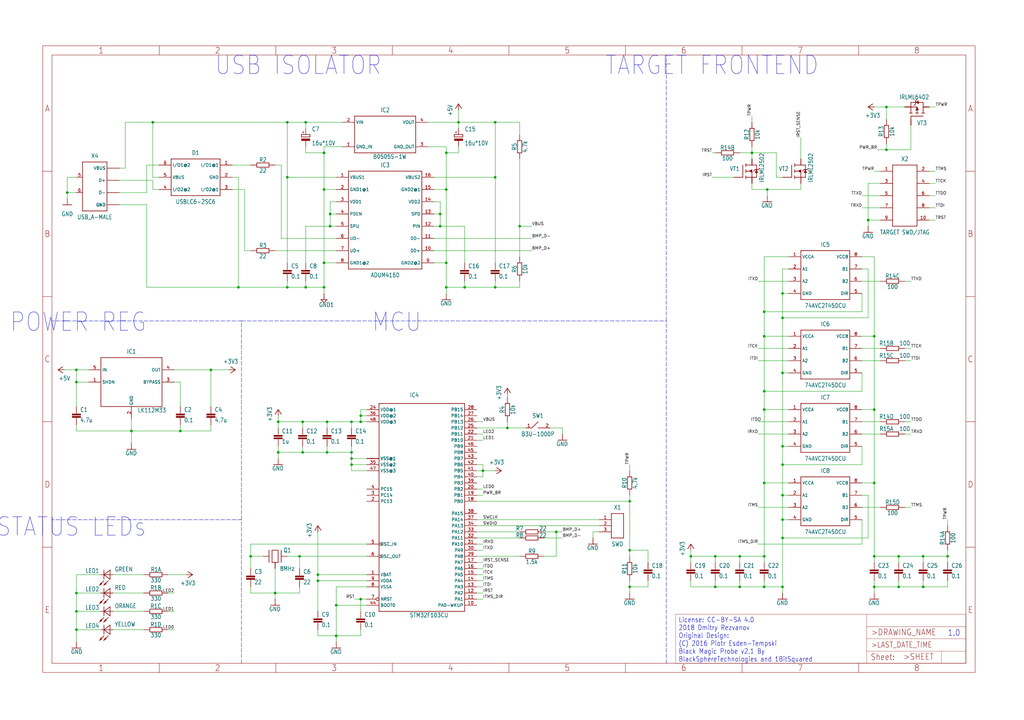
<source format=kicad_sch>
(kicad_sch (version 20211123) (generator eeschema)
  (paper "User" 425.45 299.161)
  (junction (at 373.38 243.84))
  (junction (at 317.5 243.84))
  (junction (at 383.54 231.14))
  (junction (at 146.05 175.26))
  (junction (at 373.38 231.14))
  (junction (at 134.62 119.38))
  (junction (at 360.68 91.44))
  (junction (at 325.12 215.9))
  (junction (at 139.7 251.46))
  (junction (at 363.22 200.66))
  (junction (at 200.66 195.58))
  (junction (at 383.54 243.84))
  (junction (at 317.5 139.7))
  (junction (at 125.73 175.26))
  (junction (at 393.7 231.14))
  (junction (at 119.38 73.66))
  (junction (at 325.12 205.74))
  (junction (at 54.61 179.07))
  (junction (at 363.22 170.18))
  (junction (at 317.5 231.14))
  (junction (at 261.62 243.84))
  (junction (at 205.74 119.38))
  (junction (at 137.16 93.98))
  (junction (at 115.57 175.26))
  (junction (at 363.22 139.7))
  (junction (at 317.5 129.54))
  (junction (at 231.14 220.98))
  (junction (at 135.89 187.96))
  (junction (at 149.86 175.26))
  (junction (at 325.12 185.42))
  (junction (at 182.88 93.98))
  (junction (at 261.62 228.6))
  (junction (at 210.82 177.8))
  (junction (at 307.34 243.84))
  (junction (at 325.12 132.08))
  (junction (at 325.12 193.04))
  (junction (at 297.18 231.14))
  (junction (at 312.42 63.5))
  (junction (at 185.42 78.74))
  (junction (at 205.74 73.66))
  (junction (at 119.38 119.38))
  (junction (at 190.5 50.8))
  (junction (at 27.94 80.01))
  (junction (at 31.75 261.62))
  (junction (at 149.86 172.72))
  (junction (at 363.22 243.84))
  (junction (at 193.04 119.38))
  (junction (at 325.12 243.84))
  (junction (at 135.89 175.26))
  (junction (at 104.14 231.14))
  (junction (at 87.63 153.67))
  (junction (at 132.08 241.3))
  (junction (at 287.02 231.14))
  (junction (at 325.12 154.94))
  (junction (at 185.42 63.5))
  (junction (at 132.08 238.76))
  (junction (at 261.62 208.28))
  (junction (at 146.05 187.96))
  (junction (at 185.42 119.38))
  (junction (at 115.57 187.96))
  (junction (at 146.05 190.5))
  (junction (at 318.77 78.74))
  (junction (at 317.5 162.56))
  (junction (at 317.5 200.66))
  (junction (at 124.46 231.14))
  (junction (at 363.22 231.14))
  (junction (at 149.86 248.92))
  (junction (at 125.73 187.96))
  (junction (at 297.18 243.84))
  (junction (at 99.06 119.38))
  (junction (at 134.62 78.74))
  (junction (at 127 50.8))
  (junction (at 325.12 121.92))
  (junction (at 307.34 231.14))
  (junction (at 215.9 93.98))
  (junction (at 127 119.38))
  (junction (at 139.7 264.16))
  (junction (at 185.42 109.22))
  (junction (at 325.12 223.52))
  (junction (at 368.3 62.23))
  (junction (at 119.38 50.8))
  (junction (at 137.16 88.9))
  (junction (at 317.5 170.18))
  (junction (at 31.75 254))
  (junction (at 31.75 246.38))
  (junction (at 134.62 63.5))
  (junction (at 63.5 50.8))
  (junction (at 134.62 109.22))
  (junction (at 74.93 179.07))
  (junction (at 205.74 50.8))
  (junction (at 31.75 158.75))
  (junction (at 146.05 193.04))
  (junction (at 31.75 153.67))
  (junction (at 114.3 246.38))
  (junction (at 368.3 44.45))
  (junction (at 182.88 88.9))
  (wire (pts (xy 149.86 254) (xy 149.86 248.92)))
  (wire (pts (xy 63.5 50.8) (xy 119.38 50.8)))
  (wire (pts (xy 375.92 116.84) (xy 378.46 116.84)))
  (wire (pts (xy 317.5 129.54) (xy 317.5 139.7)))
  (wire (pts (xy 210.82 163.83) (xy 210.82 165.1)))
  (wire (pts (xy 307.34 233.68) (xy 307.34 231.14)))
  (wire (pts (xy 135.89 187.96) (xy 146.05 187.96)))
  (wire (pts (xy 182.88 88.9) (xy 182.88 83.82)))
  (wire (pts (xy 383.54 233.68) (xy 383.54 231.14)))
  (wire (pts (xy 215.9 93.98) (xy 215.9 66.04)))
  (wire (pts (xy 317.5 170.18) (xy 317.5 162.56)))
  (wire (pts (xy 124.46 246.38) (xy 114.3 246.38)))
  (wire (pts (xy 101.6 78.74) (xy 101.6 104.14)))
  (wire (pts (xy 261.62 208.28) (xy 261.62 228.6)))
  (wire (pts (xy 60.96 80.01) (xy 60.96 68.58)))
  (wire (pts (xy 215.9 116.84) (xy 215.9 119.38)))
  (wire (pts (xy 368.3 59.69) (xy 368.3 62.23)))
  (wire (pts (xy 139.7 73.66) (xy 119.38 73.66)))
  (wire (pts (xy 87.63 153.67) (xy 95.25 153.67)))
  (wire (pts (xy 149.86 248.92) (xy 147.32 248.92)))
  (wire (pts (xy 386.08 91.44) (xy 388.62 91.44)))
  (wire (pts (xy 132.08 261.62) (xy 132.08 264.16)))
  (wire (pts (xy 177.8 50.8) (xy 190.5 50.8)))
  (wire (pts (xy 190.5 63.5) (xy 185.42 63.5)))
  (wire (pts (xy 31.75 158.75) (xy 31.75 153.67)))
  (wire (pts (xy 36.83 158.75) (xy 31.75 158.75)))
  (polyline (pts (xy 100.33 133.35) (xy 21.59 133.35)))
  (wire (pts (xy 358.14 185.42) (xy 358.14 193.04)))
  (wire (pts (xy 190.5 60.96) (xy 190.5 63.5)))
  (wire (pts (xy 246.38 220.98) (xy 246.38 223.52)))
  (wire (pts (xy 63.5 74.93) (xy 63.5 78.74)))
  (wire (pts (xy 149.86 175.26) (xy 146.05 175.26)))
  (wire (pts (xy 125.73 177.8) (xy 125.73 175.26)))
  (wire (pts (xy 182.88 83.82) (xy 180.34 83.82)))
  (wire (pts (xy 185.42 60.96) (xy 185.42 63.5)))
  (wire (pts (xy 269.24 243.84) (xy 261.62 243.84)))
  (wire (pts (xy 116.84 68.58) (xy 116.84 99.06)))
  (wire (pts (xy 363.22 243.84) (xy 373.38 243.84)))
  (wire (pts (xy 358.14 200.66) (xy 363.22 200.66)))
  (wire (pts (xy 99.06 73.66) (xy 99.06 119.38)))
  (wire (pts (xy 146.05 193.04) (xy 146.05 190.5)))
  (wire (pts (xy 149.86 264.16) (xy 139.7 264.16)))
  (wire (pts (xy 198.12 233.68) (xy 200.66 233.68)))
  (wire (pts (xy 198.12 218.44) (xy 248.92 218.44)))
  (wire (pts (xy 137.16 88.9) (xy 137.16 93.98)))
  (wire (pts (xy 375.92 149.86) (xy 378.46 149.86)))
  (wire (pts (xy 360.68 132.08) (xy 325.12 132.08)))
  (wire (pts (xy 368.3 49.53) (xy 368.3 44.45)))
  (wire (pts (xy 190.5 45.72) (xy 190.5 50.8)))
  (wire (pts (xy 383.54 241.3) (xy 383.54 243.84)))
  (wire (pts (xy 177.8 60.96) (xy 185.42 60.96)))
  (wire (pts (xy 327.66 200.66) (xy 317.5 200.66)))
  (wire (pts (xy 190.5 50.8) (xy 205.74 50.8)))
  (wire (pts (xy 231.14 231.14) (xy 231.14 220.98)))
  (wire (pts (xy 115.57 172.72) (xy 115.57 175.26)))
  (wire (pts (xy 31.75 168.91) (xy 31.75 158.75)))
  (wire (pts (xy 322.58 63.5) (xy 322.58 73.66)))
  (wire (pts (xy 327.66 106.68) (xy 317.5 106.68)))
  (wire (pts (xy 210.82 177.8) (xy 218.44 177.8)))
  (wire (pts (xy 386.08 44.45) (xy 388.62 44.45)))
  (wire (pts (xy 318.77 78.74) (xy 332.74 78.74)))
  (wire (pts (xy 134.62 109.22) (xy 134.62 119.38)))
  (wire (pts (xy 327.66 175.26) (xy 314.96 175.26)))
  (wire (pts (xy 142.24 60.96) (xy 134.62 60.96)))
  (wire (pts (xy 205.74 50.8) (xy 205.74 73.66)))
  (wire (pts (xy 358.14 144.78) (xy 365.76 144.78)))
  (wire (pts (xy 185.42 63.5) (xy 185.42 78.74)))
  (wire (pts (xy 124.46 236.22) (xy 124.46 231.14)))
  (wire (pts (xy 226.06 223.52) (xy 233.68 223.52)))
  (wire (pts (xy 327.66 121.92) (xy 325.12 121.92)))
  (wire (pts (xy 198.12 248.92) (xy 200.66 248.92)))
  (wire (pts (xy 41.91 238.76) (xy 31.75 238.76)))
  (wire (pts (xy 104.14 236.22) (xy 104.14 231.14)))
  (wire (pts (xy 358.14 106.68) (xy 363.22 106.68)))
  (wire (pts (xy 27.94 80.01) (xy 27.94 73.66)))
  (wire (pts (xy 146.05 177.8) (xy 146.05 175.26)))
  (wire (pts (xy 49.53 74.93) (xy 63.5 74.93)))
  (wire (pts (xy 205.74 119.38) (xy 205.74 116.84)))
  (wire (pts (xy 124.46 231.14) (xy 119.38 231.14)))
  (wire (pts (xy 52.07 50.8) (xy 63.5 50.8)))
  (wire (pts (xy 31.75 246.38) (xy 31.75 254)))
  (wire (pts (xy 139.7 88.9) (xy 137.16 88.9)))
  (wire (pts (xy 325.12 132.08) (xy 325.12 154.94)))
  (wire (pts (xy 59.69 254) (xy 46.99 254)))
  (wire (pts (xy 60.96 119.38) (xy 60.96 85.09)))
  (wire (pts (xy 193.04 119.38) (xy 185.42 119.38)))
  (wire (pts (xy 63.5 78.74) (xy 66.04 78.74)))
  (wire (pts (xy 198.12 241.3) (xy 200.66 241.3)))
  (wire (pts (xy 180.34 99.06) (xy 220.98 99.06)))
  (wire (pts (xy 132.08 241.3) (xy 132.08 254)))
  (wire (pts (xy 327.66 111.76) (xy 325.12 111.76)))
  (wire (pts (xy 146.05 187.96) (xy 146.05 185.42)))
  (wire (pts (xy 134.62 78.74) (xy 134.62 109.22)))
  (wire (pts (xy 74.93 179.07) (xy 54.61 179.07)))
  (wire (pts (xy 127 93.98) (xy 137.16 93.98)))
  (wire (pts (xy 363.22 44.45) (xy 368.3 44.45)))
  (wire (pts (xy 378.46 62.23) (xy 378.46 52.07)))
  (wire (pts (xy 115.57 185.42) (xy 115.57 187.96)))
  (wire (pts (xy 325.12 205.74) (xy 325.12 215.9)))
  (wire (pts (xy 180.34 93.98) (xy 182.88 93.98)))
  (wire (pts (xy 198.12 246.38) (xy 200.66 246.38)))
  (wire (pts (xy 180.34 73.66) (xy 205.74 73.66)))
  (wire (pts (xy 46.99 246.38) (xy 59.69 246.38)))
  (wire (pts (xy 198.12 215.9) (xy 248.92 215.9)))
  (wire (pts (xy 312.42 63.5) (xy 322.58 63.5)))
  (wire (pts (xy 327.66 180.34) (xy 314.96 180.34)))
  (wire (pts (xy 325.12 223.52) (xy 325.12 215.9)))
  (wire (pts (xy 325.12 185.42) (xy 327.66 185.42)))
  (wire (pts (xy 185.42 78.74) (xy 185.42 109.22)))
  (wire (pts (xy 193.04 93.98) (xy 193.04 109.22)))
  (wire (pts (xy 135.89 177.8) (xy 135.89 175.26)))
  (wire (pts (xy 325.12 215.9) (xy 327.66 215.9)))
  (wire (pts (xy 365.76 91.44) (xy 360.68 91.44)))
  (wire (pts (xy 363.22 241.3) (xy 363.22 243.84)))
  (wire (pts (xy 325.12 121.92) (xy 325.12 132.08)))
  (wire (pts (xy 332.74 66.04) (xy 332.74 57.15)))
  (wire (pts (xy 358.14 175.26) (xy 365.76 175.26)))
  (wire (pts (xy 125.73 187.96) (xy 135.89 187.96)))
  (wire (pts (xy 127 116.84) (xy 127 119.38)))
  (wire (pts (xy 72.39 153.67) (xy 87.63 153.67)))
  (polyline (pts (xy 100.33 215.9) (xy 21.59 215.9)))
  (wire (pts (xy 363.22 139.7) (xy 358.14 139.7)))
  (wire (pts (xy 248.92 220.98) (xy 246.38 220.98)))
  (wire (pts (xy 116.84 99.06) (xy 139.7 99.06)))
  (wire (pts (xy 27.94 82.55) (xy 27.94 80.01)))
  (wire (pts (xy 363.22 200.66) (xy 363.22 170.18)))
  (wire (pts (xy 41.91 261.62) (xy 31.75 261.62)))
  (wire (pts (xy 139.7 243.84) (xy 139.7 251.46)))
  (wire (pts (xy 215.9 220.98) (xy 198.12 220.98)))
  (wire (pts (xy 104.14 226.06) (xy 104.14 231.14)))
  (wire (pts (xy 96.52 68.58) (xy 104.14 68.58)))
  (wire (pts (xy 139.7 109.22) (xy 134.62 109.22)))
  (wire (pts (xy 365.76 71.12) (xy 363.22 71.12)))
  (wire (pts (xy 152.4 238.76) (xy 132.08 238.76)))
  (wire (pts (xy 393.7 231.14) (xy 383.54 231.14)))
  (wire (pts (xy 386.08 71.12) (xy 388.62 71.12)))
  (wire (pts (xy 69.85 238.76) (xy 77.47 238.76)))
  (wire (pts (xy 149.86 175.26) (xy 152.4 175.26)))
  (wire (pts (xy 198.12 208.28) (xy 261.62 208.28)))
  (wire (pts (xy 54.61 179.07) (xy 54.61 173.99)))
  (wire (pts (xy 368.3 62.23) (xy 378.46 62.23)))
  (wire (pts (xy 261.62 195.58) (xy 261.62 193.04)))
  (wire (pts (xy 363.22 200.66) (xy 363.22 231.14)))
  (wire (pts (xy 365.76 81.28) (xy 358.14 81.28)))
  (wire (pts (xy 332.74 78.74) (xy 332.74 76.2)))
  (wire (pts (xy 26.67 153.67) (xy 31.75 153.67)))
  (wire (pts (xy 193.04 116.84) (xy 193.04 119.38)))
  (wire (pts (xy 87.63 168.91) (xy 87.63 153.67)))
  (wire (pts (xy 49.53 69.85) (xy 52.07 69.85)))
  (wire (pts (xy 383.54 231.14) (xy 373.38 231.14)))
  (wire (pts (xy 104.14 231.14) (xy 109.22 231.14)))
  (wire (pts (xy 27.94 80.01) (xy 31.75 80.01)))
  (wire (pts (xy 358.14 226.06) (xy 314.96 226.06)))
  (wire (pts (xy 180.34 88.9) (xy 182.88 88.9)))
  (wire (pts (xy 297.18 241.3) (xy 297.18 243.84)))
  (wire (pts (xy 360.68 91.44) (xy 360.68 76.2)))
  (wire (pts (xy 198.12 223.52) (xy 215.9 223.52)))
  (wire (pts (xy 134.62 63.5) (xy 134.62 78.74)))
  (wire (pts (xy 198.12 203.2) (xy 200.66 203.2)))
  (wire (pts (xy 31.75 179.07) (xy 54.61 179.07)))
  (wire (pts (xy 210.82 175.26) (xy 210.82 177.8)))
  (wire (pts (xy 358.14 193.04) (xy 325.12 193.04)))
  (wire (pts (xy 146.05 190.5) (xy 146.05 187.96)))
  (polyline (pts (xy 100.33 275.59) (xy 100.33 215.9)))
  (wire (pts (xy 373.38 243.84) (xy 383.54 243.84)))
  (wire (pts (xy 198.12 226.06) (xy 200.66 226.06)))
  (wire (pts (xy 31.75 153.67) (xy 36.83 153.67)))
  (wire (pts (xy 119.38 119.38) (xy 127 119.38)))
  (wire (pts (xy 31.75 176.53) (xy 31.75 179.07)))
  (wire (pts (xy 307.34 243.84) (xy 317.5 243.84)))
  (wire (pts (xy 360.68 205.74) (xy 360.68 223.52)))
  (wire (pts (xy 198.12 243.84) (xy 200.66 243.84)))
  (wire (pts (xy 312.42 60.96) (xy 312.42 63.5)))
  (wire (pts (xy 134.62 60.96) (xy 134.62 63.5)))
  (wire (pts (xy 149.86 261.62) (xy 149.86 264.16)))
  (wire (pts (xy 41.91 246.38) (xy 31.75 246.38)))
  (wire (pts (xy 312.42 76.2) (xy 312.42 78.74)))
  (wire (pts (xy 317.5 162.56) (xy 317.5 139.7)))
  (wire (pts (xy 149.86 248.92) (xy 152.4 248.92)))
  (wire (pts (xy 119.38 116.84) (xy 119.38 119.38)))
  (wire (pts (xy 297.18 243.84) (xy 307.34 243.84)))
  (wire (pts (xy 96.52 73.66) (xy 99.06 73.66)))
  (wire (pts (xy 127 50.8) (xy 119.38 50.8)))
  (wire (pts (xy 152.4 170.18) (xy 149.86 170.18)))
  (wire (pts (xy 180.34 104.14) (xy 220.98 104.14)))
  (wire (pts (xy 360.68 223.52) (xy 325.12 223.52)))
  (wire (pts (xy 152.4 231.14) (xy 124.46 231.14)))
  (wire (pts (xy 375.92 210.82) (xy 378.46 210.82)))
  (wire (pts (xy 231.14 220.98) (xy 233.68 220.98)))
  (wire (pts (xy 60.96 68.58) (xy 66.04 68.58)))
  (wire (pts (xy 295.91 73.66) (xy 304.8 73.66)))
  (wire (pts (xy 386.08 86.36) (xy 388.62 86.36)))
  (wire (pts (xy 327.66 116.84) (xy 314.96 116.84)))
  (wire (pts (xy 132.08 264.16) (xy 139.7 264.16)))
  (wire (pts (xy 368.3 62.23) (xy 364.49 62.23)))
  (wire (pts (xy 115.57 175.26) (xy 125.73 175.26)))
  (wire (pts (xy 375.92 175.26) (xy 378.46 175.26)))
  (wire (pts (xy 198.12 177.8) (xy 210.82 177.8)))
  (wire (pts (xy 49.53 85.09) (xy 60.96 85.09)))
  (wire (pts (xy 198.12 228.6) (xy 200.66 228.6)))
  (wire (pts (xy 127 50.8) (xy 127 53.34)))
  (wire (pts (xy 205.74 195.58) (xy 200.66 195.58)))
  (wire (pts (xy 261.62 246.38) (xy 261.62 243.84)))
  (wire (pts (xy 228.6 177.8) (xy 233.68 177.8)))
  (wire (pts (xy 115.57 190.5) (xy 115.57 187.96)))
  (wire (pts (xy 124.46 243.84) (xy 124.46 246.38)))
  (wire (pts (xy 149.86 170.18) (xy 149.86 172.72)))
  (wire (pts (xy 200.66 198.12) (xy 200.66 195.58)))
  (wire (pts (xy 317.5 106.68) (xy 317.5 129.54)))
  (wire (pts (xy 200.66 193.04) (xy 198.12 193.04)))
  (wire (pts (xy 373.38 233.68) (xy 373.38 231.14)))
  (wire (pts (xy 137.16 93.98) (xy 139.7 93.98)))
  (wire (pts (xy 127 109.22) (xy 127 93.98)))
  (wire (pts (xy 363.22 231.14) (xy 363.22 233.68)))
  (wire (pts (xy 198.12 175.26) (xy 200.66 175.26)))
  (wire (pts (xy 137.16 83.82) (xy 137.16 88.9)))
  (wire (pts (xy 261.62 228.6) (xy 261.62 231.14)))
  (wire (pts (xy 87.63 176.53) (xy 87.63 179.07)))
  (wire (pts (xy 360.68 111.76) (xy 360.68 132.08)))
  (wire (pts (xy 358.14 205.74) (xy 360.68 205.74)))
  (wire (pts (xy 104.14 243.84) (xy 104.14 246.38)))
  (wire (pts (xy 269.24 241.3) (xy 269.24 243.84)))
  (wire (pts (xy 200.66 195.58) (xy 200.66 193.04)))
  (wire (pts (xy 74.93 176.53) (xy 74.93 179.07)))
  (wire (pts (xy 198.12 198.12) (xy 200.66 198.12)))
  (wire (pts (xy 325.12 246.38) (xy 325.12 243.84)))
  (wire (pts (xy 119.38 73.66) (xy 119.38 109.22)))
  (wire (pts (xy 287.02 243.84) (xy 297.18 243.84)))
  (wire (pts (xy 198.12 205.74) (xy 200.66 205.74)))
  (wire (pts (xy 307.34 63.5) (xy 312.42 63.5)))
  (wire (pts (xy 132.08 238.76) (xy 132.08 220.98)))
  (wire (pts (xy 375.92 144.78) (xy 378.46 144.78)))
  (wire (pts (xy 393.7 218.44) (xy 393.7 215.9)))
  (wire (pts (xy 114.3 248.92) (xy 114.3 246.38)))
  (wire (pts (xy 363.22 106.68) (xy 363.22 139.7)))
  (wire (pts (xy 146.05 193.04) (xy 146.05 195.58)))
  (wire (pts (xy 383.54 243.84) (xy 393.7 243.84)))
  (wire (pts (xy 360.68 93.98) (xy 360.68 91.44)))
  (wire (pts (xy 185.42 119.38) (xy 185.42 121.92)))
  (wire (pts (xy 215.9 119.38) (xy 205.74 119.38)))
  (wire (pts (xy 115.57 177.8) (xy 115.57 175.26)))
  (wire (pts (xy 139.7 78.74) (xy 134.62 78.74)))
  (wire (pts (xy 358.14 111.76) (xy 360.68 111.76)))
  (wire (pts (xy 152.4 251.46) (xy 139.7 251.46)))
  (wire (pts (xy 99.06 119.38) (xy 119.38 119.38)))
  (wire (pts (xy 185.42 109.22) (xy 185.42 119.38)))
  (wire (pts (xy 287.02 233.68) (xy 287.02 231.14)))
  (wire (pts (xy 318.77 81.28) (xy 318.77 78.74)))
  (wire (pts (xy 63.5 73.66) (xy 63.5 50.8)))
  (wire (pts (xy 322.58 73.66) (xy 325.12 73.66)))
  (polyline (pts (xy 100.33 133.35) (xy 276.86 133.35)))
  (wire (pts (xy 132.08 238.76) (xy 132.08 241.3)))
  (wire (pts (xy 365.76 76.2) (xy 360.68 76.2)))
  (wire (pts (xy 115.57 187.96) (xy 125.73 187.96)))
  (wire (pts (xy 152.4 243.84) (xy 139.7 243.84)))
  (wire (pts (xy 139.7 251.46) (xy 139.7 264.16)))
  (wire (pts (xy 297.18 63.5) (xy 295.91 63.5)))
  (wire (pts (xy 327.66 210.82) (xy 314.96 210.82)))
  (wire (pts (xy 297.18 231.14) (xy 307.34 231.14)))
  (wire (pts (xy 152.4 241.3) (xy 132.08 241.3)))
  (wire (pts (xy 180.34 109.22) (xy 185.42 109.22)))
  (wire (pts (xy 287.02 241.3) (xy 287.02 243.84)))
  (wire (pts (xy 139.7 83.82) (xy 137.16 83.82)))
  (wire (pts (xy 365.76 86.36) (xy 358.14 86.36)))
  (wire (pts (xy 104.14 246.38) (xy 114.3 246.38)))
  (wire (pts (xy 317.5 200.66) (xy 317.5 231.14)))
  (wire (pts (xy 198.12 231.14) (xy 215.9 231.14)))
  (wire (pts (xy 114.3 68.58) (xy 116.84 68.58)))
  (wire (pts (xy 69.85 246.38) (xy 72.39 246.38)))
  (wire (pts (xy 312.42 78.74) (xy 318.77 78.74)))
  (wire (pts (xy 358.14 215.9) (xy 358.14 226.06)))
  (wire (pts (xy 190.5 50.8) (xy 190.5 53.34)))
  (wire (pts (xy 375.92 180.34) (xy 378.46 180.34)))
  (wire (pts (xy 31.75 261.62) (xy 31.75 266.7)))
  (wire (pts (xy 386.08 81.28) (xy 388.62 81.28)))
  (wire (pts (xy 325.12 243.84) (xy 325.12 223.52)))
  (wire (pts (xy 142.24 50.8) (xy 127 50.8)))
  (wire (pts (xy 127 119.38) (xy 134.62 119.38)))
  (wire (pts (xy 49.53 80.01) (xy 60.96 80.01)))
  (wire (pts (xy 307.34 241.3) (xy 307.34 243.84)))
  (wire (pts (xy 215.9 93.98) (xy 220.98 93.98)))
  (wire (pts (xy 269.24 233.68) (xy 269.24 228.6)))
  (wire (pts (xy 135.89 185.42) (xy 135.89 187.96)))
  (wire (pts (xy 127 60.96) (xy 127 63.5)))
  (wire (pts (xy 393.7 243.84) (xy 393.7 241.3)))
  (wire (pts (xy 87.63 179.07) (xy 74.93 179.07)))
  (wire (pts (xy 119.38 50.8) (xy 119.38 73.66)))
  (wire (pts (xy 125.73 185.42) (xy 125.73 187.96)))
  (wire (pts (xy 152.4 172.72) (xy 149.86 172.72)))
  (wire (pts (xy 127 63.5) (xy 134.62 63.5)))
  (polyline (pts (xy 276.86 133.35) (xy 276.86 22.86)))
  (wire (pts (xy 269.24 228.6) (xy 261.62 228.6)))
  (wire (pts (xy 373.38 231.14) (xy 363.22 231.14)))
  (wire (pts (xy 134.62 121.92) (xy 134.62 119.38)))
  (wire (pts (xy 41.91 254) (xy 31.75 254)))
  (wire (pts (xy 54.61 184.15) (xy 54.61 179.07)))
  (wire (pts (xy 74.93 158.75) (xy 74.93 168.91)))
  (wire (pts (xy 317.5 231.14) (xy 317.5 233.68)))
  (wire (pts (xy 152.4 226.06) (xy 104.14 226.06)))
  (polyline (pts (xy 276.86 275.59) (xy 276.86 133.35)))
  (wire (pts (xy 114.3 236.22) (xy 114.3 246.38)))
  (wire (pts (xy 325.12 111.76) (xy 325.12 121.92)))
  (wire (pts (xy 215.9 55.88) (xy 215.9 50.8)))
  (wire (pts (xy 327.66 170.18) (xy 317.5 170.18)))
  (wire (pts (xy 149.86 172.72) (xy 149.86 175.26)))
  (wire (pts (xy 99.06 119.38) (xy 60.96 119.38)))
  (wire (pts (xy 327.66 149.86) (xy 314.96 149.86)))
  (wire (pts (xy 358.14 116.84) (xy 365.76 116.84)))
  (wire (pts (xy 358.14 180.34) (xy 365.76 180.34)))
  (wire (pts (xy 297.18 233.68) (xy 297.18 231.14)))
  (wire (pts (xy 96.52 78.74) (xy 101.6 78.74)))
  (wire (pts (xy 231.14 220.98) (xy 226.06 220.98)))
  (wire (pts (xy 327.66 205.74) (xy 325.12 205.74)))
  (wire (pts (xy 152.4 193.04) (xy 146.05 193.04)))
  (wire (pts (xy 358.14 129.54) (xy 317.5 129.54)))
  (wire (pts (xy 182.88 93.98) (xy 193.04 93.98)))
  (wire (pts (xy 46.99 261.62) (xy 59.69 261.62)))
  (wire (pts (xy 198.12 182.88) (xy 200.66 182.88)))
  (wire (pts (xy 325.12 154.94) (xy 325.12 185.42)))
  (wire (pts (xy 325.12 193.04) (xy 325.12 205.74)))
  (wire (pts (xy 193.04 119.38) (xy 205.74 119.38)))
  (wire (pts (xy 317.5 243.84) (xy 325.12 243.84)))
  (wire (pts (xy 327.66 154.94) (xy 325.12 154.94)))
  (polyline (pts (xy 100.33 215.9) (xy 100.33 133.35)))
  (wire (pts (xy 198.12 238.76) (xy 200.66 238.76)))
  (wire (pts (xy 205.74 73.66) (xy 205.74 109.22)))
  (wire (pts (xy 363.22 170.18) (xy 363.22 139.7)))
  (wire (pts (xy 146.05 175.26) (xy 135.89 175.26)))
  (wire (pts (xy 358.14 210.82) (xy 365.76 210.82)))
  (wire (pts (xy 139.7 264.16) (xy 139.7 266.7)))
  (wire (pts (xy 358.14 121.92) (xy 358.14 129.54)))
  (wire (pts (xy 307.34 231.14) (xy 317.5 231.14)))
  (wire (pts (xy 261.62 243.84) (xy 261.62 241.3)))
  (wire (pts (xy 72.39 158.75) (xy 74.93 158.75)))
  (wire (pts (xy 69.85 254) (xy 72.39 254)))
  (wire (pts (xy 59.69 238.76) (xy 46.99 238.76)))
  (wire (pts (xy 233.68 177.8) (xy 233.68 180.34)))
  (wire (pts (xy 31.75 254) (xy 31.75 261.62)))
  (wire (pts (xy 125.73 175.26) (xy 135.89 175.26)))
  (wire (pts (xy 226.06 231.14) (xy 231.14 231.14)))
  (wire (pts (xy 317.5 241.3) (xy 317.5 243.84)))
  (wire (pts (xy 386.08 76.2) (xy 388.62 76.2)))
  (wire (pts (xy 325.12 193.04) (xy 325.12 185.42)))
  (wire (pts (xy 317.5 200.66) (xy 317.5 170.18)))
  (wire (pts (xy 373.38 241.3) (xy 373.38 243.84)))
  (wire (pts (xy 31.75 238.76) (xy 31.75 246.38)))
  (wire (pts (xy 27.94 73.66) (xy 31.75 73.66)))
  (wire (pts (xy 363.22 246.38) (xy 363.22 243.84)))
  (wire (pts (xy 66.04 73.66) (xy 63.5 73.66)))
  (wire (pts (xy 393.7 228.6) (xy 393.7 231.14)))
  (wire (pts (xy 152.4 190.5) (xy 146.05 190.5)))
  (wire (pts (xy 198.12 195.58) (xy 200.66 195.58)))
  (wire (pts (xy 69.85 261.62) (xy 72.39 261.62)))
  (wire (pts (xy 287.02 228.6) (xy 287.02 231.14)))
  (wire (pts (xy 114.3 104.14) (xy 139.7 104.14)))
  (wire (pts (xy 312.42 50.8) (xy 312.42 48.26)))
  (wire (pts (xy 52.07 69.85) (xy 52.07 50.8)))
  (wire (pts (xy 198.12 236.22) (xy 200.66 236.22)))
  (wire (pts (xy 146.05 195.58) (xy 152.4 195.58)))
  (wire (pts (xy 261.62 205.74) (xy 261.62 208.28)))
  (wire (pts (xy 287.02 231.14) (xy 297.18 231.14)))
  (wire (pts (xy 198.12 180.34) (xy 200.66 180.34)))
  (wire (pts (xy 312.42 63.5) (xy 312.42 66.04)))
  (wire (pts (xy 327.66 144.78) (xy 314.96 144.78)))
  (wire (pts (xy 358.14 162.56) (xy 317.5 162.56)))
  (wire (pts (xy 215.9 106.68) (xy 215.9 93.98)))
  (wire (pts (xy 182.88 93.98) (xy 182.88 88.9)))
  (wire (pts (xy 215.9 50.8) (xy 205.74 50.8)))
  (wire (pts (xy 317.5 139.7) (xy 327.66 139.7)))
  (wire (pts (xy 393.7 233.68) (xy 393.7 231.14)))
  (wire (pts (xy 358.14 170.18) (xy 363.22 170.18)))
  (wire (pts (xy 368.3 44.45) (xy 375.92 44.45)))
  (wire (pts (xy 358.14 154.94) (xy 358.14 162.56)))
  (wire (pts (xy 358.14 149.86) (xy 365.76 149.86)))
  (wire (pts (xy 101.6 104.14) (xy 104.14 104.14)))
  (wire (pts (xy 180.34 78.74) (xy 185.42 78.74)))
  (text "1.0" (at 393.7 261.62 180) (effects (font (size 2.54 2.159)) (justify left top)))
  (text "USB ISOLATOR" (at 158.75 31.75 180) (effects (font (size 7.62 6.477)) (justify right bottom)))
  (text "TARGET FRONTEND" (at 340.36 31.75 180) (effects (font (size 7.62 6.477)) (justify right bottom)))
  (text "STATUS LEDs" (at 60.96 223.52 180) (effects (font (size 7.62 6.477)) (justify right bottom)))
  (text "POWER REG" (at 60.96 138.43 180) (effects (font (size 7.62 6.477)) (justify right bottom)))
  (text "MCU" (at 175.26 138.43 180) (effects (font (size 7.62 6.477)) (justify right bottom)))
  (text "License: CC-BY-SA 4.0\n2018 Dmitry Rezvanov\nOriginal Design:\n(C) 2016 Piotr Esden-Tempski\nBlack Magic Probe v2.1 By\nBlackSphereTechnologies and 1BitSquared" (at 281.94 256.54 0) (effects (font (size 2.032 1.7272)) (justify left top)))
  (label "TTDI" (at 378.46 149.86 0) (effects (font (size 1.2446 1.2446))))
  (label "TTMS" (at 378.46 210.82 0) (effects (font (size 1.2446 1.2446))))
  (label "TRST" (at 295.91 63.5 180) (effects (font (size 1.2446 1.2446))))
  (label "LED2" (at 200.66 180.34 0) (effects (font (size 1.2446 1.2446))))
  (label "TTDO" (at 378.46 175.26 0) (effects (font (size 1.2446 1.2446))))
  (label "VBUS" (at 200.66 175.26 0) (effects (font (size 1.2446 1.2446))))
  (label "LED0" (at 200.66 203.2 0) (effects (font (size 1.2446 1.2446))))
  (label "SWDIO" (at 200.66 218.44 0) (effects (font (size 1.2446 1.2446))))
  (label "IRXD" (at 200.66 226.06 0) (effects (font (size 1.2446 1.2446))))
  (label "TPWR" (at 388.62 44.45 0) (effects (font (size 1.2446 1.2446))))
  (label "TTXD" (at 378.46 116.84 0) (effects (font (size 1.2446 1.2446))))
  (label "TTCK" (at 388.62 76.2 0) (effects (font (size 1.2446 1.2446))))
  (label "TTCK" (at 378.46 144.78 0) (effects (font (size 1.2446 1.2446))))
  (label "ITMS_DIR" (at 314.96 226.06 180) (effects (font (size 1.2446 1.2446))))
  (label "PWR_BR" (at 200.66 205.74 0) (effects (font (size 1.2446 1.2446))))
  (label "IRST" (at 200.66 246.38 0) (effects (font (size 1.2446 1.2446))))
  (label "LED1" (at 72.39 254 180) (effects (font (size 1.2446 1.2446))))
  (label "ITDO" (at 200.66 236.22 0) (effects (font (size 1.2446 1.2446))))
  (label "TPWR" (at 363.22 71.12 180) (effects (font (size 1.2446 1.2446))))
  (label "TTDI" (at 388.62 86.36 0) (effects (font (size 1.2446 1.2446))))
  (label "LED1" (at 200.66 182.88 0) (effects (font (size 1.2446 1.2446))))
  (label "IRST_SENSE" (at 200.66 233.68 0) (effects (font (size 1.2446 1.2446))))
  (label "TPWR" (at 261.62 193.04 90) (effects (font (size 1.2446 1.2446))))
  (label "TRST" (at 388.62 91.44 0) (effects (font (size 1.2446 1.2446))))
  (label "ITCK" (at 200.66 238.76 0) (effects (font (size 1.2446 1.2446))))
  (label "ITMS" (at 200.66 241.3 0) (effects (font (size 1.2446 1.2446))))
  (label "ITDI" (at 314.96 149.86 180) (effects (font (size 1.2446 1.2446))))
  (label "TRXD" (at 378.46 180.34 0) (effects (font (size 1.2446 1.2446))))
  (label "BMP_D+" (at 220.98 104.14 0) (effects (font (size 1.2446 1.2446))))
  (label "TRXD" (at 358.14 86.36 180) (effects (font (size 1.2446 1.2446))))
  (label "RST" (at 147.32 248.92 180) (effects (font (size 1.2446 1.2446))))
  (label "SWCLK" (at 200.66 215.9 0) (effects (font (size 1.2446 1.2446))))
  (label "TTDO" (at 388.62 81.28 0) (effects (font (size 1.2446 1.2446))))
  (label "LED0" (at 72.39 261.62 180) (effects (font (size 1.2446 1.2446))))
  (label "IRST_SENSE" (at 332.74 57.15 90) (effects (font (size 1.2446 1.2446))))
  (label "BMP_D-" (at 233.68 223.52 0) (effects (font (size 1.2446 1.2446))))
  (label "ITMS" (at 314.96 210.82 180) (effects (font (size 1.2446 1.2446))))
  (label "PWR_BR" (at 364.49 62.23 180) (effects (font (size 1.2446 1.2446))))
  (label "ITXD" (at 314.96 116.84 180) (effects (font (size 1.2446 1.2446))))
  (label "ITDI" (at 200.66 243.84 0) (effects (font (size 1.2446 1.2446))))
  (label "ITXD" (at 200.66 228.6 0) (effects (font (size 1.2446 1.2446))))
  (label "TTMS" (at 388.62 71.12 0) (effects (font (size 1.2446 1.2446))))
  (label "BMP_D-" (at 220.98 99.06 0) (effects (font (size 1.2446 1.2446))))
  (label "IRXD" (at 314.96 180.34 180) (effects (font (size 1.2446 1.2446))))
  (label "TTXD" (at 358.14 81.28 180) (effects (font (size 1.2446 1.2446))))
  (label "ITDO" (at 316.23 175.26 180) (effects (font (size 1.2446 1.2446))))
  (label "VBUS" (at 220.98 93.98 0) (effects (font (size 1.2446 1.2446))))
  (label "ITMS_DIR" (at 200.66 248.92 0) (effects (font (size 1.2446 1.2446))))
  (label "IRST" (at 295.91 73.66 180) (effects (font (size 1.2446 1.2446))))
  (label "LED2" (at 72.39 246.38 180) (effects (font (size 1.2446 1.2446))))
  (label "TPWR" (at 312.42 48.26 90) (effects (font (size 1.2446 1.2446))))
  (label "ITCK" (at 314.96 144.78 180) (effects (font (size 1.2446 1.2446))))
  (label "BMP_D+" (at 233.68 220.98 0) (effects (font (size 1.2446 1.2446))))
  (label "TPWR" (at 393.7 215.9 90) (effects (font (size 1.2446 1.2446))))
  (symbol (lib_id "BMP2_Railgun-eagle-import:R_ARRAY_4X0603") (at 370.84 210.82 0) (unit 4)
    (property "Reference" "R15" (at 370.84 208.661 0) (effects (font (size 1.778 1.5113))))
    (property "Value" "100" (at 370.84 213.106 0) (effects (font (size 1.778 1.5113))))
    (property "Footprint" "BMP2_Railgun:ARRAY_0603" (effects hide))
    (property "LCSC Number Part" "C79203" (effects hide))
  )
  (symbol (lib_id "BMP2_Railgun-eagle-import:R_0402") (at 368.3 54.61 90) (mirror x) (unit 1)
    (property "Reference" "R13" (at 366.141 54.61 0) (effects (font (size 1.778 1.5113))))
    (property "Value" "10k" (at 370.586 54.61 0) (effects (font (size 1.778 1.5113))))
    (property "Footprint" "BMP2_Railgun:0402" (effects hide))
    (property "LCSC Number Part" "C140214" (effects hide))
  )
  (symbol (lib_id "BMP2_Railgun-eagle-import:GND") (at 363.22 248.92 0) (unit 1)
    (property "Reference" "#GND013" (effects hide))
    (property "Value" "GND" (at 360.68 251.46 0) (effects (font (size 1.778 1.5113)) (justify left bottom)))
    (property "Footprint" "BMP2_Railgun:" (effects hide))
  )
  (symbol (lib_id "BMP2_Railgun-eagle-import:GND") (at 27.94 85.09 0) (unit 1)
    (property "Reference" "#GND0101" (effects hide))
    (property "Value" "GND" (at 27.94 88.9 0) (effects (font (size 1.778 1.5113))))
    (property "Footprint" "BMP2_Railgun:" (effects hide))
  )
  (symbol (lib_id "BMP2_Railgun-eagle-import:C_0402") (at 393.7 236.22 0) (unit 1)
    (property "Reference" "C26" (at 395.224 235.966 0) (effects (font (size 1.778 1.5113)) (justify left bottom)))
    (property "Value" "0.1" (at 395.224 240.284 0) (effects (font (size 1.778 1.5113)) (justify left bottom)))
    (property "Footprint" "BMP2_Railgun:0402" (effects hide))
    (property "LCSC Number Part" "C83056" (effects hide))
  )
  (symbol (lib_id "BMP2_Railgun-eagle-import:R_ARRAY_4X0603") (at 370.84 149.86 0) (unit 3)
    (property "Reference" "R15" (at 368.3 147.701 0) (effects (font (size 1.778 1.5113))))
    (property "Value" "100" (at 375.92 147.701 0) (effects (font (size 1.778 1.5113))))
    (property "Footprint" "BMP2_Railgun:ARRAY_0603" (effects hide))
    (property "LCSC Number Part" "C79203" (effects hide))
  )
  (symbol (lib_id "BMP2_Railgun-eagle-import:C_0402") (at 373.38 236.22 0) (unit 1)
    (property "Reference" "C24" (at 374.904 235.966 0) (effects (font (size 1.778 1.5113)) (justify left bottom)))
    (property "Value" "0.1" (at 374.904 240.284 0) (effects (font (size 1.778 1.5113)) (justify left bottom)))
    (property "Footprint" "BMP2_Railgun:0402" (effects hide))
    (property "LCSC Number Part" "C83056" (effects hide))
  )
  (symbol (lib_id "BMP2_Railgun-eagle-import:IDC-10MSIDC-10(FACE)") (at 375.92 81.28 0) (unit 1) (in_bom no)
    (property "Reference" "X2" (at 375.92 66.04 0) (effects (font (size 1.778 1.5113))))
    (property "Value" "TARGET SWD/JTAG" (at 375.92 96.52 0) (effects (font (size 1.778 1.5113))))
    (property "Footprint" "BMP2_Railgun:IDC-10(FACE)" (effects hide))
  )
  (symbol (lib_id "BMP2_Railgun-eagle-import:C_0402") (at 135.89 180.34 0) (unit 1)
    (property "Reference" "C13" (at 137.414 180.086 0) (effects (font (size 1.778 1.5113)) (justify left bottom)))
    (property "Value" "0.1" (at 137.414 184.404 0) (effects (font (size 1.778 1.5113)) (justify left bottom)))
    (property "Footprint" "BMP2_Railgun:0402" (effects hide))
    (property "LCSC Number Part" "C83056" (effects hide))
  )
  (symbol (lib_id "BMP2_Railgun-eagle-import:R_0402") (at 215.9 60.96 90) (mirror x) (unit 1)
    (property "Reference" "R5" (at 213.741 60.96 0) (effects (font (size 1.778 1.5113))))
    (property "Value" "4.7k" (at 218.186 60.96 0) (effects (font (size 1.778 1.5113))))
    (property "Footprint" "BMP2_Railgun:0402" (effects hide))
    (property "LCSC Number Part" "C304616" (effects hide))
  )
  (symbol (lib_id "BMP2_Railgun-eagle-import:R_ARRAY_4X0603") (at 64.77 246.38 0) (mirror y) (unit 2)
    (property "Reference" "R1" (at 64.77 244.221 0) (effects (font (size 1.778 1.5113))))
    (property "Value" "330" (at 64.77 248.666 0) (effects (font (size 1.778 1.5113))))
    (property "Footprint" "BMP2_Railgun:ARRAY_0603" (effects hide))
    (property "LCSC Number Part" "C12018" (effects hide))
  )
  (symbol (lib_id "BMP2_Railgun-eagle-import:+3V3") (at 80.01 238.76 270) (mirror x) (unit 1)
    (property "Reference" "#+3V031" (effects hide))
    (property "Value" "+3V3" (at 74.93 241.3 90) (effects (font (size 1.778 1.5113)) (justify left bottom)))
    (property "Footprint" "BMP2_Railgun:" (effects hide))
  )
  (symbol (lib_id "BMP2_Railgun-eagle-import:C_0402") (at 363.22 236.22 0) (unit 1)
    (property "Reference" "C23" (at 364.744 235.966 0) (effects (font (size 1.778 1.5113)) (justify left bottom)))
    (property "Value" "0.1" (at 364.744 240.284 0) (effects (font (size 1.778 1.5113)) (justify left bottom)))
    (property "Footprint" "BMP2_Railgun:0402" (effects hide))
    (property "LCSC Number Part" "C83056" (effects hide))
  )
  (symbol (lib_id "BMP2_Railgun-eagle-import:+3V3") (at 210.82 161.29 0) (unit 1)
    (property "Reference" "#+3V036" (effects hide))
    (property "Value" "+3V3" (at 208.28 166.37 90) (effects (font (size 1.778 1.5113)) (justify left bottom)))
    (property "Footprint" "BMP2_Railgun:" (effects hide))
  )
  (symbol (lib_id "BMP2_Railgun-eagle-import:ADUM4160") (at 160.02 91.44 0) (unit 1)
    (property "Reference" "IC3" (at 160.02 68.58 0) (effects (font (size 1.778 1.5113))))
    (property "Value" "ADUM4160" (at 160.02 114.3 0) (effects (font (size 1.778 1.5113))))
    (property "Footprint" "BMP2_Railgun:SO-16W" (effects hide))
    (property "LCSC Number Part" "C57791" (effects hide))
  )
  (symbol (lib_id "BMP2_Railgun-eagle-import:C_0603") (at 119.38 111.76 0) (unit 1)
    (property "Reference" "C5" (at 120.904 111.506 0) (effects (font (size 1.778 1.5113)) (justify left bottom)))
    (property "Value" "0.1" (at 120.904 115.824 0) (effects (font (size 1.778 1.5113)) (justify left bottom)))
    (property "Footprint" "BMP2_Railgun:0402" (effects hide))
    (property "LCSC Number Part" "C83056" (effects hide))
  )
  (symbol (lib_id "BMP2_Railgun-eagle-import:C_0402") (at 269.24 236.22 0) (unit 1)
    (property "Reference" "C18" (at 270.764 235.966 0) (effects (font (size 1.778 1.5113)) (justify left bottom)))
    (property "Value" "0.1" (at 270.764 240.284 0) (effects (font (size 1.778 1.5113)) (justify left bottom)))
    (property "Footprint" "BMP2_Railgun:0402" (effects hide))
    (property "LCSC Number Part" "C83056" (effects hide))
  )
  (symbol (lib_id "BMP2_Railgun-eagle-import:R_0402") (at 312.42 55.88 90) (unit 1)
    (property "Reference" "R12" (at 310.261 55.88 0) (effects (font (size 1.778 1.5113))))
    (property "Value" "10k" (at 314.706 55.88 0) (effects (font (size 1.778 1.5113))))
    (property "Footprint" "BMP2_Railgun:0402" (effects hide))
    (property "LCSC Number Part" "C140214" (effects hide))
  )
  (symbol (lib_id "BMP2_Railgun-eagle-import:C_0402") (at 125.73 180.34 0) (unit 1)
    (property "Reference" "C12" (at 127.254 180.086 0) (effects (font (size 1.778 1.5113)) (justify left bottom)))
    (property "Value" "0.1" (at 127.254 184.404 0) (effects (font (size 1.778 1.5113)) (justify left bottom)))
    (property "Footprint" "BMP2_Railgun:0402" (effects hide))
    (property "LCSC Number Part" "C83056" (effects hide))
  )
  (symbol (lib_id "BMP2_Railgun-eagle-import:R_0402") (at 215.9 111.76 90) (mirror x) (unit 1)
    (property "Reference" "R6" (at 213.741 111.76 0) (effects (font (size 1.778 1.5113))))
    (property "Value" "10k" (at 218.186 111.76 0) (effects (font (size 1.778 1.5113))))
    (property "Footprint" "BMP2_Railgun:0402" (effects hide))
    (property "LCSC Number Part" "C140214" (effects hide))
  )
  (symbol (lib_id "BMP2_Railgun-eagle-import:SMD_LED_0603") (at 44.45 254 90) (mirror x) (unit 1)
    (property "Reference" "LED3" (at 41.275 253.365 90) (effects (font (size 1.778 1.5113)) (justify left bottom)))
    (property "Value" "ORANGE" (at 47.625 252.73 90) (effects (font (size 1.778 1.5113)) (justify right bottom)))
    (property "Footprint" "BMP2_Railgun:LED0603" (effects hide))
    (property "LCSC Number Part" "C146215" (effects hide))
  )
  (symbol (lib_id "BMP2_Railgun-eagle-import:GND") (at 261.62 248.92 0) (unit 1)
    (property "Reference" "#GND010" (effects hide))
    (property "Value" "GND" (at 259.08 251.46 0) (effects (font (size 1.778 1.5113)) (justify left bottom)))
    (property "Footprint" "BMP2_Railgun:" (effects hide))
  )
  (symbol (lib_id "BMP2_Railgun-eagle-import:GND") (at 185.42 124.46 0) (unit 1)
    (property "Reference" "#GND06" (effects hide))
    (property "Value" "GND" (at 182.88 127 0) (effects (font (size 1.778 1.5113)) (justify left bottom)))
    (property "Footprint" "BMP2_Railgun:" (effects hide))
  )
  (symbol (lib_id "BMP2_Railgun-eagle-import:R_ARRAY_4X0603") (at 370.84 116.84 0) (unit 3)
    (property "Reference" "R14" (at 370.84 114.681 0) (effects (font (size 1.778 1.5113))))
    (property "Value" "100" (at 370.84 119.126 0) (effects (font (size 1.778 1.5113))))
    (property "Footprint" "BMP2_Railgun:ARRAY_0603" (effects hide))
    (property "LCSC Number Part" "C79203" (effects hide))
  )
  (symbol (lib_id "BMP2_Railgun-eagle-import:R_ARRAY_4X0603") (at 64.77 254 0) (mirror y) (unit 3)
    (property "Reference" "R1" (at 64.77 251.841 0) (effects (font (size 1.778 1.5113))))
    (property "Value" "330" (at 64.77 256.286 0) (effects (font (size 1.778 1.5113))))
    (property "Footprint" "BMP2_Railgun:ARRAY_0603" (effects hide))
    (property "LCSC Number Part" "C12018" (effects hide))
  )
  (symbol (lib_id "BMP2_Railgun-eagle-import:R_0402") (at 261.62 200.66 90) (mirror x) (unit 1)
    (property "Reference" "R10" (at 259.461 200.66 0) (effects (font (size 1.778 1.5113))))
    (property "Value" "4.7k" (at 263.906 200.66 0) (effects (font (size 1.778 1.5113))))
    (property "Footprint" "BMP2_Railgun:0402" (effects hide))
    (property "LCSC Number Part" "C304616" (effects hide))
  )
  (symbol (lib_id "BMP2_Railgun-eagle-import:R_ARRAY_4X0603") (at 370.84 144.78 0) (unit 2)
    (property "Reference" "R15" (at 368.3 142.621 0) (effects (font (size 1.778 1.5113))))
    (property "Value" "100" (at 375.92 142.621 0) (effects (font (size 1.778 1.5113))))
    (property "Footprint" "BMP2_Railgun:ARRAY_0603" (effects hide))
    (property "LCSC Number Part" "C79203" (effects hide))
  )
  (symbol (lib_id "BMP2_Railgun-eagle-import:GND") (at 114.3 251.46 0) (unit 1)
    (property "Reference" "#GND03" (effects hide))
    (property "Value" "GND" (at 111.76 254 0) (effects (font (size 1.778 1.5113)) (justify left bottom)))
    (property "Footprint" "BMP2_Railgun:" (effects hide))
  )
  (symbol (lib_id "BMP2_Railgun-eagle-import:R_0402") (at 210.82 170.18 90) (mirror x) (unit 1)
    (property "Reference" "R4" (at 208.661 170.18 0) (effects (font (size 1.778 1.5113))))
    (property "Value" "10k" (at 213.106 170.18 0) (effects (font (size 1.778 1.5113))))
    (property "Footprint" "BMP2_Railgun:0402" (effects hide))
    (property "LCSC Number Part" "C140214" (effects hide))
  )
  (symbol (lib_id "BMP2_Railgun-eagle-import:R_0402") (at 109.22 104.14 0) (unit 1)
    (property "Reference" "R3" (at 109.22 101.981 0) (effects (font (size 1.778 1.5113))))
    (property "Value" "22" (at 109.22 106.426 0) (effects (font (size 1.778 1.5113))))
    (property "Footprint" "BMP2_Railgun:0402" (effects hide))
    (property "LCSC Number Part" "C25152" (effects hide))
  )
  (symbol (lib_id "BMP2_Railgun-eagle-import:IRLML2502") (at 332.74 71.12 90) (mirror x) (unit 1)
    (property "Reference" "VT2" (at 327.66 71.12 90) (effects (font (size 1.778 1.5113)) (justify left bottom)))
    (property "Value" "IRLML2502" (at 337.82 63.5 0) (effects (font (size 1.778 1.5113)) (justify left bottom)))
    (property "Footprint" "BMP2_Railgun:SOT23" (effects hide))
    (property "LCSC Number Part" "C518800" (effects hide))
  )
  (symbol (lib_id "BMP2_Railgun-eagle-import:B0505S-1W") (at 160.02 55.88 0) (unit 1)
    (property "Reference" "IC2" (at 160.02 45.72 0) (effects (font (size 1.778 1.5113))))
    (property "Value" "B0505S-1W" (at 154.94 66.04 0) (effects (font (size 1.778 1.5113)) (justify left bottom)))
    (property "Footprint" "BMP2_Railgun:4SIP" (effects hide))
    (property "LCSC Number Part" "C2912568" (effects hide))
  )
  (symbol (lib_id "BMP2_Railgun-eagle-import:74AVC2T45DCU") (at 342.9 208.28 0) (unit 1)
    (property "Reference" "IC8" (at 342.9 195.58 0) (effects (font (size 1.778 1.5113))))
    (property "Value" "74AVC2T45DCU" (at 342.9 220.98 0) (effects (font (size 1.778 1.5113))))
    (property "Footprint" "BMP2_Railgun:S-PDSO-G8" (effects hide))
    (property "LCSC Number Part" "C140318" (effects hide))
  )
  (symbol (lib_id "BMP2_Railgun-eagle-import:R_0402") (at 220.98 231.14 0) (mirror y) (unit 1)
    (property "Reference" "R9" (at 220.98 228.981 0) (effects (font (size 1.778 1.5113))))
    (property "Value" "1.5k" (at 220.98 233.426 0) (effects (font (size 1.778 1.5113))))
    (property "Footprint" "BMP2_Railgun:0402" (effects hide))
    (property "LCSC Number Part" "C286554" (effects hide))
  )
  (symbol (lib_id "BMP2_Railgun-eagle-import:C_0402") (at 127 111.76 0) (unit 1)
    (property "Reference" "C8" (at 128.524 111.506 0) (effects (font (size 1.778 1.5113)) (justify left bottom)))
    (property "Value" "0.1" (at 128.524 115.824 0) (effects (font (size 1.778 1.5113)) (justify left bottom)))
    (property "Footprint" "BMP2_Railgun:0402" (effects hide))
    (property "LCSC Number Part" "C83056" (effects hide))
  )
  (symbol (lib_id "BMP2_Railgun-eagle-import:R_0402") (at 220.98 220.98 180) (unit 1)
    (property "Reference" "R7" (at 215.9 219.583 0) (effects (font (size 1.778 1.5113))))
    (property "Value" "22" (at 225.552 219.583 0) (effects (font (size 1.778 1.5113))))
    (property "Footprint" "BMP2_Railgun:0402" (effects hide))
    (property "LCSC Number Part" "C25152" (effects hide))
  )
  (symbol (lib_id "BMP2_Railgun-eagle-import:GND") (at 54.61 186.69 0) (unit 1)
    (property "Reference" "#GND02" (effects hide))
    (property "Value" "GND" (at 52.07 189.23 0) (effects (font (size 1.778 1.5113)) (justify left bottom)))
    (property "Footprint" "BMP2_Railgun:" (effects hide))
  )
  (symbol (lib_id "BMP2_Railgun-eagle-import:USBLC6-2SC6") (at 81.28 73.66 0) (mirror y) (unit 1)
    (property "Reference" "D1" (at 81.28 63.5 0) (effects (font (size 1.778 1.5113))))
    (property "Value" "USBLC6-2SC6" (at 81.28 83.82 0) (effects (font (size 1.778 1.5113))))
    (property "Footprint" "BMP2_Railgun:SOT23-6L" (effects hide))
    (property "LCSC Number Part" "C2827654" (effects hide))
  )
  (symbol (lib_id "BMP2_Railgun-eagle-import:SMD_LED_0603") (at 44.45 238.76 90) (mirror x) (unit 1)
    (property "Reference" "LED1" (at 41.275 238.125 90) (effects (font (size 1.778 1.5113)) (justify left bottom)))
    (property "Value" "GREEN" (at 47.625 237.49 90) (effects (font (size 1.778 1.5113)) (justify right bottom)))
    (property "Footprint" "BMP2_Railgun:LED0603" (effects hide))
    (property "LCSC Number Part" "C434420" (effects hide))
  )
  (symbol (lib_id "BMP2_Railgun-eagle-import:+3V3") (at 208.28 195.58 270) (unit 1)
    (property "Reference" "#+3V035" (effects hide))
    (property "Value" "+3V3" (at 203.2 193.04 90) (effects (font (size 1.778 1.5113)) (justify left bottom)))
    (property "Footprint" "BMP2_Railgun:" (effects hide))
  )
  (symbol (lib_id "BMP2_Railgun-eagle-import:74AVC2T45DCU") (at 342.9 114.3 0) (unit 1)
    (property "Reference" "IC5" (at 342.9 101.6 0) (effects (font (size 1.778 1.5113))))
    (property "Value" "74AVC2T45DCU" (at 342.9 127 0) (effects (font (size 1.778 1.5113))))
    (property "Footprint" "BMP2_Railgun:S-PDSO-G8" (effects hide))
    (property "LCSC Number Part" "C140318" (effects hide))
  )
  (symbol (lib_id "BMP2_Railgun-eagle-import:STM32F103CU") (at 175.26 210.82 0) (unit 1)
    (property "Reference" "IC4" (at 170.18 165.1 0) (effects (font (size 1.778 1.5113)) (justify left bottom)))
    (property "Value" "STM32F103CU" (at 170.18 256.54 0) (effects (font (size 1.778 1.5113)) (justify left bottom)))
    (property "Footprint" "bmp_entropia:TQFP48" (effects hide))
    (property "LCSC Number Part" "C8734" (effects hide))
  )
  (symbol (lib_id "BMP2_Railgun-eagle-import:GND") (at 246.38 226.06 0) (unit 1)
    (property "Reference" "#GND09" (effects hide))
    (property "Value" "GND" (at 243.84 228.6 0) (effects (font (size 1.778 1.5113)) (justify left bottom)))
    (property "Footprint" "BMP2_Railgun:" (effects hide))
  )
  (symbol (lib_id "BMP2_Railgun-eagle-import:C_0603") (at 205.74 111.76 0) (unit 1)
    (property "Reference" "C17" (at 207.264 111.506 0) (effects (font (size 1.778 1.5113)) (justify left bottom)))
    (property "Value" "0.1" (at 207.264 115.824 0) (effects (font (size 1.778 1.5113)) (justify left bottom)))
    (property "Footprint" "BMP2_Railgun:0402" (effects hide))
    (property "LCSC Number Part" "C83056" (effects hide))
  )
  (symbol (lib_id "BMP2_Railgun-eagle-import:C_0402") (at 287.02 236.22 0) (unit 1)
    (property "Reference" "C19" (at 288.544 235.966 0) (effects (font (size 1.778 1.5113)) (justify left bottom)))
    (property "Value" "0.1" (at 288.544 240.284 0) (effects (font (size 1.778 1.5113)) (justify left bottom)))
    (property "Footprint" "BMP2_Railgun:0402" (effects hide))
    (property "LCSC Number Part" "C83056" (effects hide))
  )
  (symbol (lib_id "BMP2_Railgun-eagle-import:R_0402") (at 261.62 236.22 90) (mirror x) (unit 1)
    (property "Reference" "R11" (at 259.461 236.22 0) (effects (font (size 1.778 1.5113))))
    (property "Value" "10k" (at 263.906 236.22 0) (effects (font (size 1.778 1.5113))))
    (property "Footprint" "BMP2_Railgun:0402" (effects hide))
    (property "LCSC Number Part" "C140214" (effects hide))
  )
  (symbol (lib_id "BMP2_Railgun-eagle-import:+3V3") (at 132.08 218.44 0) (unit 1)
    (property "Reference" "#+3V033" (effects hide))
    (property "Value" "+3V3" (at 129.54 223.52 90) (effects (font (size 1.778 1.5113)) (justify left bottom)))
    (property "Footprint" "BMP2_Railgun:" (effects hide))
  )
  (symbol (lib_id "BMP2_Railgun-eagle-import:GND") (at 115.57 193.04 0) (unit 1)
    (property "Reference" "#GND05" (effects hide))
    (property "Value" "GND" (at 113.03 195.58 0) (effects (font (size 1.778 1.5113)) (justify left bottom)))
    (property "Footprint" "BMP2_Railgun:" (effects hide))
  )
  (symbol (lib_id "BMP2_Railgun-eagle-import:SMD_LED_0603") (at 44.45 261.62 90) (mirror x) (unit 1)
    (property "Reference" "LED4" (at 41.275 260.985 90) (effects (font (size 1.778 1.5113)) (justify left bottom)))
    (property "Value" "YELLOW" (at 47.625 260.35 90) (effects (font (size 1.778 1.5113)) (justify right bottom)))
    (property "Footprint" "BMP2_Railgun:LED0603" (effects hide))
    (property "LCSC Number Part" "C89811" (effects hide))
  )
  (symbol (lib_id "BMP2_Railgun-eagle-import:+5V") (at 24.13 153.67 90) (unit 1)
    (property "Reference" "#P+01" (effects hide))
    (property "Value" "+5V" (at 29.21 156.21 90) (effects (font (size 1.778 1.5113)) (justify left bottom)))
    (property "Footprint" "BMP2_Railgun:" (effects hide))
  )
  (symbol (lib_id "BMP2_Railgun-eagle-import:GND") (at 325.12 248.92 0) (unit 1)
    (property "Reference" "#GND012" (effects hide))
    (property "Value" "GND" (at 322.58 251.46 0) (effects (font (size 1.778 1.5113)) (justify left bottom)))
    (property "Footprint" "BMP2_Railgun:" (effects hide))
  )
  (symbol (lib_id "BMP2_Railgun-eagle-import:+3V3") (at 360.68 44.45 90) (unit 1)
    (property "Reference" "#+3V038" (effects hide))
    (property "Value" "+3V3" (at 365.76 46.99 90) (effects (font (size 1.778 1.5113)) (justify left bottom)))
    (property "Footprint" "BMP2_Railgun:" (effects hide))
  )
  (symbol (lib_id "BMP2_Railgun-eagle-import:SMD_LED_0603") (at 44.45 246.38 90) (mirror x) (unit 1)
    (property "Reference" "LED2" (at 41.275 245.745 90) (effects (font (size 1.778 1.5113)) (justify left bottom)))
    (property "Value" "RED" (at 47.625 245.11 90) (effects (font (size 1.778 1.5113)) (justify right bottom)))
    (property "Footprint" "BMP2_Railgun:LED0603" (effects hide))
    (property "LCSC Number Part" "C375444" (effects hide))
  )
  (symbol (lib_id "BMP2_Railgun-eagle-import:R_ARRAY_4X0603") (at 370.84 175.26 0) (unit 4)
    (property "Reference" "R14" (at 368.3 173.101 0) (effects (font (size 1.778 1.5113))))
    (property "Value" "100" (at 375.92 173.101 0) (effects (font (size 1.778 1.5113))))
    (property "Footprint" "BMP2_Railgun:ARRAY_0603" (effects hide))
    (property "LCSC Number Part" "C79203" (effects hide))
  )
  (symbol (lib_id "BMP2_Railgun-eagle-import:R_ARRAY_4X0603") (at 64.77 238.76 0) (mirror y) (unit 1)
    (property "Reference" "R1" (at 64.77 236.601 0) (effects (font (size 1.778 1.5113))))
    (property "Value" "330" (at 64.77 241.046 0) (effects (font (size 1.778 1.5113))))
    (property "Footprint" "BMP2_Railgun:ARRAY_0603" (effects hide))
    (property "LCSC Number Part" "C12018" (effects hide))
  )
  (symbol (lib_id "BMP2_Railgun-eagle-import:GND") (at 360.68 96.52 0) (unit 1)
    (property "Reference" "#GND014" (effects hide))
    (property "Value" "GND" (at 358.14 99.06 0) (effects (font (size 1.778 1.5113)) (justify left bottom)))
    (property "Footprint" "BMP2_Railgun:" (effects hide))
  )
  (symbol (lib_id "BMP2_Railgun-eagle-import:B3U-1000P") (at 223.52 177.8 0) (unit 1)
    (property "Reference" "SW1" (at 223.52 172.72 0) (effects (font (size 1.778 1.5113))))
    (property "Value" "B3U-1000P" (at 223.52 180.34 0) (effects (font (size 1.778 1.5113))))
    (property "Footprint" "BMP2_Railgun:B3U-1000P" (effects hide))
    (property "LCSC Number Part" "C231329" (effects hide))
  )
  (symbol (lib_id "BMP2_Railgun-eagle-import:C_0402") (at 104.14 238.76 0) (unit 1)
    (property "Reference" "C3" (at 105.664 238.506 0) (effects (font (size 1.778 1.5113)) (justify left bottom)))
    (property "Value" "22" (at 105.664 242.824 0) (effects (font (size 1.778 1.5113)) (justify left bottom)))
    (property "Footprint" "BMP2_Railgun:0402" (effects hide))
    (property "LCSC Number Part" "C1555" (effects hide))
  )
  (symbol (lib_id "BMP2_Railgun-eagle-import:PH1X03_1.27") (at 256.54 218.44 0) (mirror y) (unit 1) (in_bom no)
    (property "Reference" "X1" (at 256.54 210.82 0) (effects (font (size 1.778 1.5113))))
    (property "Value" "SWD" (at 256.54 226.06 0) (effects (font (size 1.778 1.5113))))
    (property "Footprint" "BMP2_Railgun:PH1X03_1.27" (effects hide))
  )
  (symbol (lib_id "BMP2_Railgun-eagle-import:C_0603") (at 87.63 171.45 0) (unit 1)
    (property "Reference" "C4" (at 89.154 171.196 0) (effects (font (size 1.778 1.5113)) (justify left bottom)))
    (property "Value" "4.7u" (at 89.154 175.514 0) (effects (font (size 1.778 1.5113)) (justify left bottom)))
    (property "Footprint" "BMP2_Railgun:0603" (effects hide))
    (property "LCSC Number Part" "C8032" (effects hide))
  )
  (symbol (lib_id "BMP2_Railgun-eagle-import:GND") (at 318.77 83.82 0) (unit 1)
    (property "Reference" "#GND011" (effects hide))
    (property "Value" "GND" (at 316.23 86.36 0) (effects (font (size 1.778 1.5113)) (justify left bottom)))
    (property "Footprint" "BMP2_Railgun:" (effects hide))
  )
  (symbol (lib_id "BMP2_Railgun-eagle-import:GND1") (at 134.62 124.46 0) (unit 1)
    (property "Reference" "#SUPPLY01" (effects hide))
    (property "Value" "GND1" (at 132.461 127.635 0) (effects (font (size 1.778 1.5113)) (justify left bottom)))
    (property "Footprint" "BMP2_Railgun:" (effects hide))
  )
  (symbol (lib_id "BMP2_Railgun-eagle-import:R_ARRAY_4X0603") (at 302.26 63.5 0) (mirror y) (unit 2)
    (property "Reference" "R14" (at 302.26 61.341 0) (effects (font (size 1.778 1.5113))))
    (property "Value" "100" (at 302.26 65.786 0) (effects (font (size 1.778 1.5113))))
    (property "Footprint" "BMP2_Railgun:ARRAY_0603" (effects hide))
    (property "LCSC Number Part" "C79203" (effects hide))
  )
  (symbol (lib_id "BMP2_Railgun-eagle-import:C_0402") (at 297.18 236.22 0) (unit 1)
    (property "Reference" "C20" (at 298.704 235.966 0) (effects (font (size 1.778 1.5113)) (justify left bottom)))
    (property "Value" "0.1" (at 298.704 240.284 0) (effects (font (size 1.778 1.5113)) (justify left bottom)))
    (property "Footprint" "BMP2_Railgun:0402" (effects hide))
    (property "LCSC Number Part" "C83056" (effects hide))
  )
  (symbol (lib_id "BMP2_Railgun-eagle-import:+3V3") (at 287.02 226.06 0) (unit 1)
    (property "Reference" "#+3V037" (effects hide))
    (property "Value" "+3V3" (at 284.48 231.14 90) (effects (font (size 1.778 1.5113)) (justify left bottom)))
    (property "Footprint" "BMP2_Railgun:" (effects hide))
  )
  (symbol (lib_id "BMP2_Railgun-eagle-import:GND") (at 31.75 269.24 0) (mirror y) (unit 1)
    (property "Reference" "#GND01" (effects hide))
    (property "Value" "GND" (at 34.29 271.78 0) (effects (font (size 1.778 1.5113)) (justify left bottom)))
    (property "Footprint" "BMP2_Railgun:" (effects hide))
  )
  (symbol (lib_id "BMP2_Railgun-eagle-import:C_POL_3216{slash}A") (at 190.5 55.88 0) (unit 1)
    (property "Reference" "C15" (at 193.04 54.61 0) (effects (font (size 1.778 1.5113)) (justify left bottom)))
    (property "Value" "16u*10V" (at 193.04 60.452 0) (effects (font (size 1.778 1.5113)) (justify left bottom)))
    (property "Footprint" "BMP2_Railgun:C3216_A" (effects hide))
    (property "LCSC Number Part" "C30330" (effects hide))
  )
  (symbol (lib_id "BMP2_Railgun-eagle-import:C_POL_3216{slash}A") (at 127 55.88 0) (unit 1)
    (property "Reference" "C7" (at 129.54 54.61 0) (effects (font (size 1.778 1.5113)) (justify left bottom)))
    (property "Value" "16u*10V" (at 129.54 60.452 0) (effects (font (size 1.778 1.5113)) (justify left bottom)))
    (property "Footprint" "BMP2_Railgun:C3216_A" (effects hide))
    (property "LCSC Number Part" "C30330" (effects hide))
  )
  (symbol (lib_id "BMP2_Railgun-eagle-import:R_ARRAY_4X0603") (at 393.7 223.52 90) (unit 1)
    (property "Reference" "R14" (at 391.541 223.52 0) (effects (font (size 1.778 1.5113))))
    (property "Value" "100" (at 395.986 223.52 0) (effects (font (size 1.778 1.5113))))
    (property "Footprint" "BMP2_Railgun:ARRAY_0603" (effects hide))
    (property "LCSC Number Part" "C79203" (effects hide))
  )
  (symbol (lib_id "BMP2_Railgun-eagle-import:+5V") (at 190.5 43.18 0) (unit 1)
    (property "Reference" "#P+02" (effects hide))
    (property "Value" "+5V" (at 187.96 48.26 90) (effects (font (size 1.778 1.5113)) (justify left bottom)))
    (property "Footprint" "BMP2_Railgun:" (effects hide))
  )
  (symbol (lib_id "BMP2_Railgun-eagle-import:C_0402") (at 74.93 171.45 0) (unit 1)
    (property "Reference" "C2" (at 76.454 171.196 0) (effects (font (size 1.778 1.5113)) (justify left bottom)))
    (property "Value" "0.1" (at 76.454 175.514 0) (effects (font (size 1.778 1.5113)) (justify left bottom)))
    (property "Footprint" "BMP2_Railgun:0402" (effects hide))
    (property "LCSC Number Part" "C83056" (effects hide))
  )
  (symbol (lib_id "BMP2_Railgun-eagle-import:C_0603") (at 31.75 171.45 0) (unit 1)
    (property "Reference" "C1" (at 33.274 171.196 0) (effects (font (size 1.778 1.5113)) (justify left bottom)))
    (property "Value" "4.7u" (at 33.274 175.514 0) (effects (font (size 1.778 1.5113)) (justify left bottom)))
    (property "Footprint" "BMP2_Railgun:0603" (effects hide))
    (property "LCSC Number Part" "C8032" (effects hide))
  )
  (symbol (lib_id "BMP2_Railgun-eagle-import:74AVC2T45DCU") (at 342.9 147.32 0) (unit 1)
    (property "Reference" "IC6" (at 342.9 134.62 0) (effects (font (size 1.778 1.5113))))
    (property "Value" "74AVC2T45DCU" (at 342.9 160.02 0) (effects (font (size 1.778 1.5113))))
    (property "Footprint" "BMP2_Railgun:S-PDSO-G8" (effects hide))
    (property "LCSC Number Part" "C140318" (effects hide))
  )
  (symbol (lib_id "BMP2_Railgun-eagle-import:R_ARRAY_4X0603") (at 64.77 261.62 0) (mirror y) (unit 4)
    (property "Reference" "R1" (at 64.77 259.461 0) (effects (font (size 1.778 1.5113))))
    (property "Value" "330" (at 64.77 263.906 0) (effects (font (size 1.778 1.5113))))
    (property "Footprint" "BMP2_Railgun:ARRAY_0603" (effects hide))
    (property "LCSC Number Part" "C12018" (effects hide))
  )
  (symbol (lib_id "BMP2_Railgun-eagle-import:A3L-LOC") (at 17.78 279.4 0) (unit 1)
    (property "Reference" "#FRAME1" (effects hide))
    (property "Value" "License: CC-BY-SA" (effects hide))
    (property "Footprint" "BMP2_Railgun:" (effects hide))
  )
  (symbol (lib_id "BMP2_Railgun-eagle-import:+3V3") (at 115.57 170.18 0) (unit 1)
    (property "Reference" "#+3V034" (effects hide))
    (property "Value" "+3V3" (at 113.03 175.26 90) (effects (font (size 1.778 1.5113)) (justify left bottom)))
    (property "Footprint" "BMP2_Railgun:" (effects hide))
  )
  (symbol (lib_id "BMP2_Railgun-eagle-import:GND") (at 233.68 182.88 0) (unit 1)
    (property "Reference" "#GND07" (effects hide))
    (property "Value" "GND" (at 231.14 185.42 0) (effects (font (size 1.778 1.5113)) (justify left bottom)))
    (property "Footprint" "BMP2_Railgun:" (effects hide))
  )
  (symbol (lib_id "BMP2_Railgun-eagle-import:C_0603") (at 115.57 180.34 0) (unit 1)
    (property "Reference" "C11" (at 117.094 180.086 0) (effects (font (size 1.778 1.5113)) (justify left bottom)))
    (property "Value" "1u" (at 117.094 184.404 0) (effects (font (size 1.778 1.5113)) (justify left bottom)))
    (property "Footprint" "BMP2_Railgun:0603" (effects hide))
    (property "LCSC Number Part" "C1592" (effects hide))
  )
  (symbol (lib_id "BMP2_Railgun-eagle-import:IRLML6402") (at 381 44.45 180) (unit 1)
    (property "Reference" "VT3" (at 381 52.07 0) (effects (font (size 1.778 1.5113)) (justify right top)))
    (property "Value" "IRLML6402" (at 386.08 39.37 0) (effects (font (size 1.778 1.5113)) (justify left bottom)))
    (property "Footprint" "BMP2_Railgun:SOT23" (effects hide))
    (property "LCSC Number Part" "C347504" (effects hide))
  )
  (symbol (lib_id "BMP2_Railgun-eagle-import:LK112M33") (at 54.61 158.75 0) (unit 1)
    (property "Reference" "IC1" (at 54.61 146.05 0) (effects (font (size 1.778 1.5113))))
    (property "Value" "LK112M33" (at 57.15 171.45 0) (effects (font (size 1.778 1.5113)) (justify left bottom)))
    (property "Footprint" "BMP2_Railgun:SOT23-5L" (effects hide))
    (property "LCSC Number Part" "C155584" (effects hide))
  )
  (symbol (lib_id "BMP2_Railgun-eagle-import:C_0402") (at 132.08 256.54 0) (unit 1)
    (property "Reference" "C9" (at 133.604 256.286 0) (effects (font (size 1.778 1.5113)) (justify left bottom)))
    (property "Value" "0.1" (at 133.604 260.604 0) (effects (font (size 1.778 1.5113)) (justify left bottom)))
    (property "Footprint" "BMP2_Railgun:0402" (effects hide))
    (property "LCSC Number Part" "C83056" (effects hide))
  )
  (symbol (lib_id "BMP2_Railgun-eagle-import:R_ARRAY_4X0603") (at 370.84 180.34 0) (unit 1)
    (property "Reference" "R15" (at 368.3 178.181 0) (effects (font (size 1.778 1.5113))))
    (property "Value" "100" (at 375.92 178.181 0) (effects (font (size 1.778 1.5113))))
    (property "Footprint" "BMP2_Railgun:ARRAY_0603" (effects hide))
    (property "LCSC Number Part" "C79203" (effects hide))
  )
  (symbol (lib_id "BMP2_Railgun-eagle-import:C_0402") (at 149.86 256.54 0) (unit 1)
    (property "Reference" "C10" (at 151.384 256.286 0) (effects (font (size 1.778 1.5113)) (justify left bottom)))
    (property "Value" "0.1" (at 151.384 260.604 0) (effects (font (size 1.778 1.5113)) (justify left bottom)))
    (property "Footprint" "BMP2_Railgun:0402" (effects hide))
    (property "LCSC Number Part" "C83056" (effects hide))
  )
  (symbol (lib_id "BMP2_Railgun-eagle-import:C_0402") (at 124.46 238.76 0) (unit 1)
    (property "Reference" "C6" (at 125.984 238.506 0) (effects (font (size 1.778 1.5113)) (justify left bottom)))
    (property "Value" "22" (at 125.984 242.824 0) (effects (font (size 1.778 1.5113)) (justify left bottom)))
    (property "Footprint" "BMP2_Railgun:0402" (effects hide))
    (property "LCSC Number Part" "C1555" (effects hide))
  )
  (symbol (lib_id "BMP2_Railgun-eagle-import:IRLML2502") (at 312.42 71.12 90) (mirror x) (unit 1)
    (property "Reference" "VT1" (at 307.34 71.12 90) (effects (font (size 1.778 1.5113)) (justify left bottom)))
    (property "Value" "IRLML2502" (at 317.5 63.5 0) (effects (font (size 1.778 1.5113)) (justify left bottom)))
    (property "Footprint" "BMP2_Railgun:SOT23" (effects hide))
    (property "LCSC Number Part" "C518800" (effects hide))
  )
  (symbol (lib_id "BMP2_Railgun-eagle-import:R_0402") (at 109.22 68.58 0) (unit 1)
    (property "Reference" "R2" (at 109.22 66.421 0) (effects (font (size 1.778 1.5113))))
    (property "Value" "22" (at 109.22 70.866 0) (effects (font (size 1.778 1.5113))))
    (property "Footprint" "BMP2_Railgun:0402" (effects hide))
    (property "LCSC Number Part" "C25152" (effects hide))
  )
  (symbol (lib_id "BMP2_Railgun-eagle-import:C_0402") (at 383.54 236.22 0) (unit 1)
    (property "Reference" "C25" (at 385.064 235.966 0) (effects (font (size 1.778 1.5113)) (justify left bottom)))
    (property "Value" "0.1" (at 385.064 240.284 0) (effects (font (size 1.778 1.5113)) (justify left bottom)))
    (property "Footprint" "BMP2_Railgun:0402" (effects hide))
    (property "LCSC Number Part" "C83056" (effects hide))
  )
  (symbol (lib_id "BMP2_Railgun-eagle-import:C_0402") (at 146.05 180.34 0) (unit 1)
    (property "Reference" "C14" (at 147.574 180.086 0) (effects (font (size 1.778 1.5113)) (justify left bottom)))
    (property "Value" "0.1" (at 147.574 184.404 0) (effects (font (size 1.778 1.5113)) (justify left bottom)))
    (property "Footprint" "BMP2_Railgun:0402" (effects hide))
    (property "LCSC Number Part" "C83056" (effects hide))
  )
  (symbol (lib_id "BMP2_Railgun-eagle-import:C_0402") (at 193.04 111.76 0) (unit 1)
    (property "Reference" "C16" (at 194.564 111.506 0) (effects (font (size 1.778 1.5113)) (justify left bottom)))
    (property "Value" "0.1" (at 194.564 115.824 0) (effects (font (size 1.778 1.5113)) (justify left bottom)))
    (property "Footprint" "BMP2_Railgun:0402" (effects hide))
    (property "LCSC Number Part" "C83056" (effects hide))
  )
  (symbol (lib_id "BMP2_Railgun-eagle-import:USB_A-MALE") (at 39.37 80.01 0) (unit 1)
    (property "Reference" "X4" (at 39.37 64.77 0) (effects (font (size 1.778 1.5113))))
    (property "Value" "USB_A-MALE" (at 39.37 90.17 0) (effects (font (size 1.778 1.5113))))
    (property "Footprint" "BMP2_Railgun:USB-A-TH_48037-0001" (effects hide))
    (property "LCSC Number Part" "C112454" (effects hide))
  )
  (symbol (lib_id "BMP2_Railgun-eagle-import:GND") (at 139.7 269.24 0) (unit 1)
    (property "Reference" "#GND04" (effects hide))
    (property "Value" "GND" (at 137.16 271.78 0) (effects (font (size 1.778 1.5113)) (justify left bottom)))
    (property "Footprint" "BMP2_Railgun:" (effects hide))
  )
  (symbol (lib_id "BMP2_Railgun-eagle-import:R_0402") (at 220.98 223.52 180) (unit 1)
    (property "Reference" "R8" (at 215.9 222.377 0) (effects (font (size 1.778 1.5113))))
    (property "Value" "22" (at 225.552 222.377 0) (effects (font (size 1.778 1.5113))))
    (property "Footprint" "BMP2_Railgun:0402" (effects hide))
    (property "LCSC Number Part" "C25152" (effects hide))
  )
  (symbol (lib_id "BMP2_Railgun-eagle-import:C_0402") (at 307.34 236.22 0) (unit 1)
    (property "Reference" "C21" (at 308.864 235.966 0) (effects (font (size 1.778 1.5113)) (justify left bottom)))
    (property "Value" "0.1" (at 308.864 240.284 0) (effects (font (size 1.778 1.5113)) (justify left bottom)))
    (property "Footprint" "BMP2_Railgun:0402" (effects hide))
    (property "LCSC Number Part" "C83056" (effects hide))
  )
  (symbol (lib_id "BMP2_Railgun-eagle-import:C_0402") (at 317.5 236.22 0) (unit 1)
    (property "Reference" "C22" (at 319.024 235.966 0) (effects (font (size 1.778 1.5113)) (justify left bottom)))
    (property "Value" "0.1" (at 319.024 240.284 0) (effects (font (size 1.778 1.5113)) (justify left bottom)))
    (property "Footprint" "BMP2_Railgun:0402" (effects hide))
    (property "LCSC Number Part" "C83056" (effects hide))
  )
  (symbol (lib_id "BMP2_Railgun-eagle-import:+3V3") (at 97.79 153.67 270) (unit 1)
    (property "Reference" "#+3V032" (effects hide))
    (property "Value" "+3V3" (at 92.71 151.13 90) (effects (font (size 1.778 1.5113)) (justify left bottom)))
    (property "Footprint" "BMP2_Railgun:" (effects hide))
  )
  (symbol (lib_id "BMP2_Railgun-eagle-import:74AVC2T45DCU") (at 342.9 177.8 0) (unit 1)
    (property "Reference" "IC7" (at 342.9 165.1 0) (effects (font (size 1.778 1.5113))))
    (property "Value" "74AVC2T45DCU" (at 342.9 190.5 0) (effects (font (size 1.778 1.5113))))
    (property "Footprint" "BMP2_Railgun:S-PDSO-G8" (effects hide))
    (property "LCSC Number Part" "C140318" (effects hide))
  )
  (symbol (lib_id "BMP2_Railgun-eagle-import:SMD_3225") (at 114.3 231.14 0) (unit 1)
    (property "Reference" "Q1" (at 119.38 228.6 0) (effects (font (size 1.778 1.5113))))
    (property "Value" "8MHz" (at 119.38 236.22 0) (effects (font (size 1.778 1.5113))))
    (property "Footprint" "BMP2_Railgun:3225" (effects hide))
    (property "LCSC Number Part" "C403948" (effects hide))
  )
)
</source>
